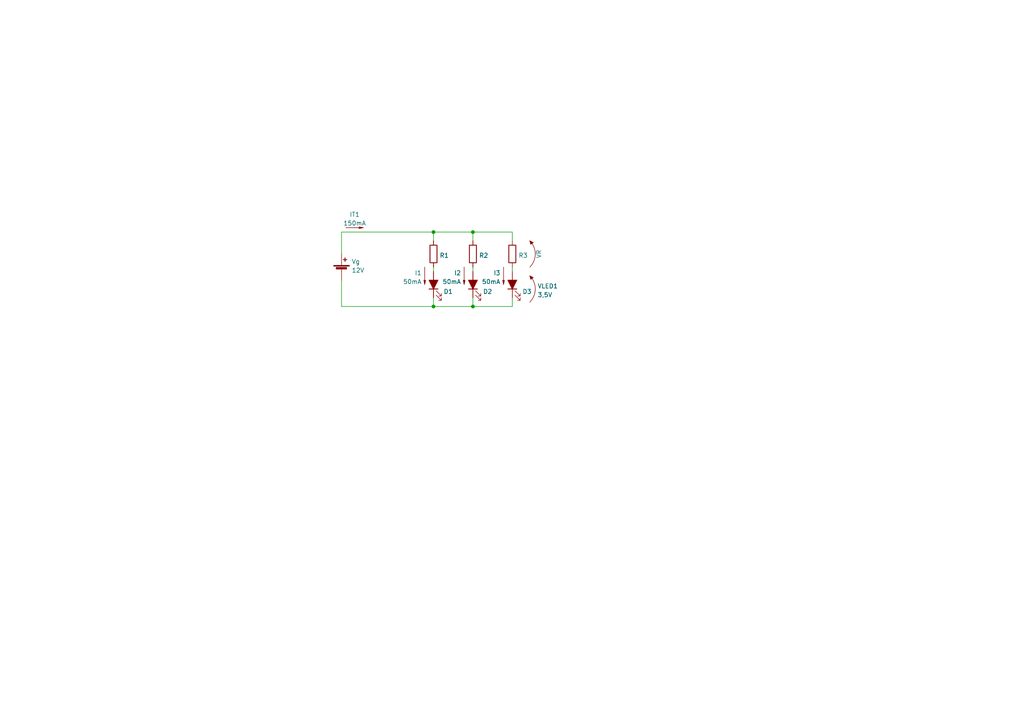
<source format=kicad_sch>
(kicad_sch (version 20211123) (generator eeschema)
  (paper "A4")
  (lib_symbols
    (symbol "Device:Battery_Cell" (pin_numbers hide) (pin_names (offset 0) hide)
      (property "Reference" "BT" (at 2.54 2.54 0))
      (property "Value" "Battery_Cell" (at 2.54 0 0))
      (symbol "Battery_Cell_0_1"
        (rectangle (start -2.286 1.778) (end 2.286 1.524) (fill (type outline)))
        (rectangle (start -1.5748 1.1938) (end 1.4732 0.6858) (fill (type outline)))
        (polyline (pts (xy 0 0.762) (xy 0 0)))
        (polyline (pts (xy 0 1.778) (xy 0 2.54)))
        (polyline (pts (xy 0.508 3.429) (xy 1.524 3.429)) (stroke (width 0.254)))
        (polyline (pts (xy 1.016 3.937) (xy 1.016 2.921)) (stroke (width 0.254)))
      )
      (symbol "Battery_Cell_1_1"
        (pin passive line (at 0 5.08 270) (length 2.54) (name "+") (number "1"))
        (pin passive line (at 0 -2.54 90) (length 2.54) (name "-") (number "2"))
      )
    )
    (symbol "Device:LED_Filled" (pin_numbers hide) (pin_names (offset 1.016) hide)
      (property "Reference" "D" (at 0 2.54 0))
      (property "Value" "LED_Filled" (at 0 -2.54 0))
      (symbol "LED_Filled_0_1"
        (polyline (pts (xy -1.27 -1.27) (xy -1.27 1.27)) (stroke (width 0.254)))
        (polyline (pts (xy -1.27 0) (xy 1.27 0)))
        (polyline (pts (xy 1.27 -1.27) (xy 1.27 1.27) (xy -1.27 0) (xy 1.27 -1.27)) (stroke (width 0.254)) (fill (type outline)))
        (polyline (pts (xy -3.048 -0.762) (xy -4.572 -2.286) (xy -3.81 -2.286) (xy -4.572 -2.286) (xy -4.572 -1.524)))
        (polyline (pts (xy -1.778 -0.762) (xy -3.302 -2.286) (xy -2.54 -2.286) (xy -3.302 -2.286) (xy -3.302 -1.524)))
      )
      (symbol "LED_Filled_1_1"
        (pin passive line (at -3.81 0 0) (length 2.54) (name "K") (number "1"))
        (pin passive line (at 3.81 0 180) (length 2.54) (name "A") (number "2"))
      )
    )
    (symbol "Device:R" (pin_numbers hide) (pin_names (offset 0))
      (property "Reference" "R" (at 2.032 0 90))
      (property "Value" "R" (at 0 0 90))
      (symbol "R_0_1"
        (rectangle (start -1.016 -2.54) (end 1.016 2.54) (stroke (width 0.254)))
      )
      (symbol "R_1_1"
        (pin passive line (at 0 3.81 270) (length 1.27) (name "~") (number "1"))
        (pin passive line (at 0 -3.81 90) (length 1.27) (name "~") (number "2"))
      )
    )
    (symbol "Personalizados:seta_corrente" (pin_names (offset 1.016))
      (property "Reference" "I" (at 1.905 1.27 0))
      (symbol "seta_corrente_1_1"
        (polyline (pts (xy 4.064 0) (xy 0 0)))
        (polyline (pts (xy 5.08 0) (xy 3.81 -0.254) (xy 3.81 0.254) (xy 5.08 0)) (fill (type outline)))
      )
    )
    (symbol "Personalizados:seta_tensao_longa" (pin_names (offset 1.016))
      (property "Reference" "V" (at -2.54 0 0))
      (symbol "seta_tensao_longa_0_1"
        (polyline (pts (xy 0 3.81) (xy -1.016 3.302) (xy -0.254 2.794) (xy 0 3.81)) (fill (type outline)))
        (arc (start 0 3.81) (mid -1.5782 0) (end 0 -3.81))
      )
    )
  )
  (junction (at 125.73 88.9))
  (junction (at 137.16 88.9))
  (junction (at 125.73 67.31))
  (junction (at 137.16 67.31))
  (wire (pts (xy 137.16 88.9) (xy 148.59 88.9)))
  (wire (pts (xy 125.73 77.47) (xy 125.73 78.74)))
  (wire (pts (xy 99.06 67.31) (xy 125.73 67.31)))
  (wire (pts (xy 137.16 86.36) (xy 137.16 88.9)))
  (wire (pts (xy 125.73 67.31) (xy 125.73 69.85)))
  (wire (pts (xy 148.59 77.47) (xy 148.59 78.74)))
  (wire (pts (xy 137.16 67.31) (xy 137.16 69.85)))
  (wire (pts (xy 99.06 67.31) (xy 99.06 73.66)))
  (wire (pts (xy 99.06 88.9) (xy 125.73 88.9)))
  (wire (pts (xy 125.73 67.31) (xy 137.16 67.31)))
  (wire (pts (xy 99.06 88.9) (xy 99.06 81.28)))
  (wire (pts (xy 125.73 88.9) (xy 137.16 88.9)))
  (wire (pts (xy 148.59 67.31) (xy 148.59 69.85)))
  (wire (pts (xy 125.73 86.36) (xy 125.73 88.9)))
  (wire (pts (xy 137.16 77.47) (xy 137.16 78.74)))
  (wire (pts (xy 148.59 86.36) (xy 148.59 88.9)))
  (wire (pts (xy 137.16 67.31) (xy 148.59 67.31)))
  (symbol (lib_id "Device:R") (at 137.16 73.66 180) (unit 1)
    (property "Reference" "R2" (at 138.938 74.0938 0) (effects (justify right)))
    (property "Value" "R" (effects hide))
  )
  (symbol (lib_id "Device:Battery_Cell") (at 99.06 78.74 0) (unit 1)
    (property "Reference" "Vg" (at 101.981 75.8733 0) (effects (justify left)))
    (property "Value" "12V" (at 101.981 78.4102 0) (effects (justify left)))
  )
  (symbol (lib_id "Personalizados:seta_corrente") (at 134.62 77.47 270) (unit 1)
    (property "Reference" "I2" (at 133.731 79.1753 90) (effects (justify right)))
    (property "Value" "50mA" (at 133.731 81.7122 90) (effects (justify right)))
  )
  (symbol (lib_id "Device:R") (at 148.59 73.66 180) (unit 1)
    (property "Reference" "R3" (at 150.368 74.0938 0) (effects (justify right)))
    (property "Value" "R" (effects hide))
  )
  (symbol (lib_id "Personalizados:seta_tensao_longa") (at 153.67 73.66 0) (mirror y) (unit 1)
    (property "Reference" "VR" (at 156.284 73.66 90))
    (property "Value" "seta_tensao_longa" (effects hide))
  )
  (symbol (lib_id "Device:R") (at 125.73 73.66 180) (unit 1)
    (property "Reference" "R1" (at 127.508 74.0938 0) (effects (justify right)))
    (property "Value" "R" (effects hide))
  )
  (symbol (lib_id "Personalizados:seta_tensao_longa") (at 153.67 83.82 0) (mirror y) (unit 1)
    (property "Reference" "VLED1" (at 155.8832 82.9853 0) (effects (justify right)))
    (property "Value" "3,5V" (at 155.8832 85.5222 0) (effects (justify right)))
  )
  (symbol (lib_id "Personalizados:seta_corrente") (at 123.19 77.47 270) (unit 1)
    (property "Reference" "I1" (at 122.301 79.1753 90) (effects (justify right)))
    (property "Value" "50mA" (at 122.301 81.7122 90) (effects (justify right)))
  )
  (symbol (lib_id "Device:LED_Filled") (at 125.73 82.55 90) (unit 1)
    (property "Reference" "D1" (at 128.651 84.5713 90) (effects (justify right)))
    (property "Value" "LED_Filled" (effects hide))
  )
  (symbol (lib_id "Device:LED_Filled") (at 137.16 82.55 90) (unit 1)
    (property "Reference" "D2" (at 140.081 84.5713 90) (effects (justify right)))
    (property "Value" "LED_Filled" (effects hide))
  )
  (symbol (lib_id "Personalizados:seta_corrente") (at 100.33 66.04 0) (unit 1)
    (property "Reference" "IT1" (at 102.87 62.2132 0))
    (property "Value" "150mA" (at 102.87 64.7501 0))
  )
  (symbol (lib_id "Device:LED_Filled") (at 148.59 82.55 90) (unit 1)
    (property "Reference" "D3" (at 151.511 84.5713 90) (effects (justify right)))
    (property "Value" "LED_Filled" (effects hide))
  )
  (symbol (lib_id "Personalizados:seta_corrente") (at 146.05 77.47 270) (unit 1)
    (property "Reference" "I3" (at 145.161 79.1753 90) (effects (justify right)))
    (property "Value" "50mA" (at 145.161 81.7122 90) (effects (justify right)))
  )
)
</source>
